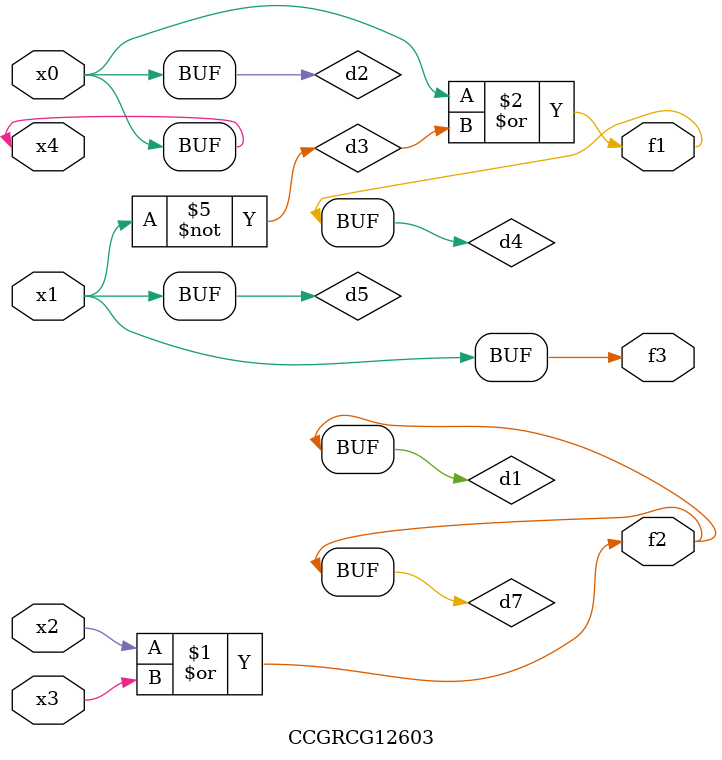
<source format=v>
module CCGRCG12603(
	input x0, x1, x2, x3, x4,
	output f1, f2, f3
);

	wire d1, d2, d3, d4, d5, d6, d7;

	or (d1, x2, x3);
	buf (d2, x0, x4);
	not (d3, x1);
	or (d4, d2, d3);
	not (d5, d3);
	nand (d6, d1, d3);
	or (d7, d1);
	assign f1 = d4;
	assign f2 = d7;
	assign f3 = d5;
endmodule

</source>
